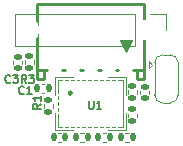
<source format=gbr>
%TF.GenerationSoftware,KiCad,Pcbnew,8.0.6-8.0.6-0~ubuntu24.04.1*%
%TF.CreationDate,2024-11-07T20:05:32-08:00*%
%TF.ProjectId,uSlime_BNO085_Module,75536c69-6d65-45f4-924e-4f3038355f4d,rev?*%
%TF.SameCoordinates,Original*%
%TF.FileFunction,Legend,Top*%
%TF.FilePolarity,Positive*%
%FSLAX46Y46*%
G04 Gerber Fmt 4.6, Leading zero omitted, Abs format (unit mm)*
G04 Created by KiCad (PCBNEW 8.0.6-8.0.6-0~ubuntu24.04.1) date 2024-11-07 20:05:32*
%MOMM*%
%LPD*%
G01*
G04 APERTURE LIST*
G04 Aperture macros list*
%AMRoundRect*
0 Rectangle with rounded corners*
0 $1 Rounding radius*
0 $2 $3 $4 $5 $6 $7 $8 $9 X,Y pos of 4 corners*
0 Add a 4 corners polygon primitive as box body*
4,1,4,$2,$3,$4,$5,$6,$7,$8,$9,$2,$3,0*
0 Add four circle primitives for the rounded corners*
1,1,$1+$1,$2,$3*
1,1,$1+$1,$4,$5*
1,1,$1+$1,$6,$7*
1,1,$1+$1,$8,$9*
0 Add four rect primitives between the rounded corners*
20,1,$1+$1,$2,$3,$4,$5,0*
20,1,$1+$1,$4,$5,$6,$7,0*
20,1,$1+$1,$6,$7,$8,$9,0*
20,1,$1+$1,$8,$9,$2,$3,0*%
%AMFreePoly0*
4,1,19,0.550000,-0.750000,0.000000,-0.750000,0.000000,-0.744911,-0.071157,-0.744911,-0.207708,-0.704816,-0.327430,-0.627875,-0.420627,-0.520320,-0.479746,-0.390866,-0.500000,-0.250000,-0.500000,0.250000,-0.479746,0.390866,-0.420627,0.520320,-0.327430,0.627875,-0.207708,0.704816,-0.071157,0.744911,0.000000,0.744911,0.000000,0.750000,0.550000,0.750000,0.550000,-0.750000,0.550000,-0.750000,
$1*%
%AMFreePoly1*
4,1,19,0.000000,0.744911,0.071157,0.744911,0.207708,0.704816,0.327430,0.627875,0.420627,0.520320,0.479746,0.390866,0.500000,0.250000,0.500000,-0.250000,0.479746,-0.390866,0.420627,-0.520320,0.327430,-0.627875,0.207708,-0.704816,0.071157,-0.744911,0.000000,-0.744911,0.000000,-0.750000,-0.550000,-0.750000,-0.550000,0.750000,0.000000,0.750000,0.000000,0.744911,0.000000,0.744911,
$1*%
G04 Aperture macros list end*
%ADD10C,0.150000*%
%ADD11C,0.152400*%
%ADD12C,0.120000*%
%ADD13C,0.254000*%
%ADD14C,0.101600*%
%ADD15RoundRect,0.135000X-0.135000X-0.185000X0.135000X-0.185000X0.135000X0.185000X-0.135000X0.185000X0*%
%ADD16RoundRect,0.140000X-0.170000X0.140000X-0.170000X-0.140000X0.170000X-0.140000X0.170000X0.140000X0*%
%ADD17RoundRect,0.140000X0.170000X-0.140000X0.170000X0.140000X-0.170000X0.140000X-0.170000X-0.140000X0*%
%ADD18R,1.700000X1.700000*%
%ADD19O,1.700000X1.700000*%
%ADD20RoundRect,0.135000X0.135000X0.185000X-0.135000X0.185000X-0.135000X-0.185000X0.135000X-0.185000X0*%
%ADD21C,3.100000*%
%ADD22RoundRect,0.140000X0.140000X0.170000X-0.140000X0.170000X-0.140000X-0.170000X0.140000X-0.170000X0*%
%ADD23FreePoly0,270.000000*%
%ADD24R,1.500000X1.000000*%
%ADD25FreePoly1,270.000000*%
%ADD26RoundRect,0.135000X-0.185000X0.135000X-0.185000X-0.135000X0.185000X-0.135000X0.185000X0.135000X0*%
%ADD27C,1.200000*%
%ADD28R,0.250000X0.914400*%
%ADD29R,0.812800X0.250000*%
G04 APERTURE END LIST*
D10*
X1583333Y-6749366D02*
X1550000Y-6782700D01*
X1550000Y-6782700D02*
X1450000Y-6816033D01*
X1450000Y-6816033D02*
X1383333Y-6816033D01*
X1383333Y-6816033D02*
X1283333Y-6782700D01*
X1283333Y-6782700D02*
X1216667Y-6716033D01*
X1216667Y-6716033D02*
X1183333Y-6649366D01*
X1183333Y-6649366D02*
X1150000Y-6516033D01*
X1150000Y-6516033D02*
X1150000Y-6416033D01*
X1150000Y-6416033D02*
X1183333Y-6282700D01*
X1183333Y-6282700D02*
X1216667Y-6216033D01*
X1216667Y-6216033D02*
X1283333Y-6149366D01*
X1283333Y-6149366D02*
X1383333Y-6116033D01*
X1383333Y-6116033D02*
X1450000Y-6116033D01*
X1450000Y-6116033D02*
X1550000Y-6149366D01*
X1550000Y-6149366D02*
X1583333Y-6182700D01*
X1816667Y-6116033D02*
X2250000Y-6116033D01*
X2250000Y-6116033D02*
X2016667Y-6382700D01*
X2016667Y-6382700D02*
X2116667Y-6382700D01*
X2116667Y-6382700D02*
X2183333Y-6416033D01*
X2183333Y-6416033D02*
X2216667Y-6449366D01*
X2216667Y-6449366D02*
X2250000Y-6516033D01*
X2250000Y-6516033D02*
X2250000Y-6682700D01*
X2250000Y-6682700D02*
X2216667Y-6749366D01*
X2216667Y-6749366D02*
X2183333Y-6782700D01*
X2183333Y-6782700D02*
X2116667Y-6816033D01*
X2116667Y-6816033D02*
X1916667Y-6816033D01*
X1916667Y-6816033D02*
X1850000Y-6782700D01*
X1850000Y-6782700D02*
X1816667Y-6749366D01*
X2933333Y-6816033D02*
X2700000Y-6482700D01*
X2533333Y-6816033D02*
X2533333Y-6116033D01*
X2533333Y-6116033D02*
X2800000Y-6116033D01*
X2800000Y-6116033D02*
X2866667Y-6149366D01*
X2866667Y-6149366D02*
X2900000Y-6182700D01*
X2900000Y-6182700D02*
X2933333Y-6249366D01*
X2933333Y-6249366D02*
X2933333Y-6349366D01*
X2933333Y-6349366D02*
X2900000Y-6416033D01*
X2900000Y-6416033D02*
X2866667Y-6449366D01*
X2866667Y-6449366D02*
X2800000Y-6482700D01*
X2800000Y-6482700D02*
X2533333Y-6482700D01*
X3166667Y-6116033D02*
X3600000Y-6116033D01*
X3600000Y-6116033D02*
X3366667Y-6382700D01*
X3366667Y-6382700D02*
X3466667Y-6382700D01*
X3466667Y-6382700D02*
X3533333Y-6416033D01*
X3533333Y-6416033D02*
X3566667Y-6449366D01*
X3566667Y-6449366D02*
X3600000Y-6516033D01*
X3600000Y-6516033D02*
X3600000Y-6682700D01*
X3600000Y-6682700D02*
X3566667Y-6749366D01*
X3566667Y-6749366D02*
X3533333Y-6782700D01*
X3533333Y-6782700D02*
X3466667Y-6816033D01*
X3466667Y-6816033D02*
X3266667Y-6816033D01*
X3266667Y-6816033D02*
X3200000Y-6782700D01*
X3200000Y-6782700D02*
X3166667Y-6749366D01*
X2733333Y-7699366D02*
X2700000Y-7732700D01*
X2700000Y-7732700D02*
X2600000Y-7766033D01*
X2600000Y-7766033D02*
X2533333Y-7766033D01*
X2533333Y-7766033D02*
X2433333Y-7732700D01*
X2433333Y-7732700D02*
X2366667Y-7666033D01*
X2366667Y-7666033D02*
X2333333Y-7599366D01*
X2333333Y-7599366D02*
X2300000Y-7466033D01*
X2300000Y-7466033D02*
X2300000Y-7366033D01*
X2300000Y-7366033D02*
X2333333Y-7232700D01*
X2333333Y-7232700D02*
X2366667Y-7166033D01*
X2366667Y-7166033D02*
X2433333Y-7099366D01*
X2433333Y-7099366D02*
X2533333Y-7066033D01*
X2533333Y-7066033D02*
X2600000Y-7066033D01*
X2600000Y-7066033D02*
X2700000Y-7099366D01*
X2700000Y-7099366D02*
X2733333Y-7132700D01*
X3400000Y-7766033D02*
X3000000Y-7766033D01*
X3200000Y-7766033D02*
X3200000Y-7066033D01*
X3200000Y-7066033D02*
X3133333Y-7166033D01*
X3133333Y-7166033D02*
X3066667Y-7232700D01*
X3066667Y-7232700D02*
X3000000Y-7266033D01*
D11*
X8247615Y-8337737D02*
X8247615Y-8871520D01*
X8247615Y-8871520D02*
X8279014Y-8934318D01*
X8279014Y-8934318D02*
X8310413Y-8965718D01*
X8310413Y-8965718D02*
X8373211Y-8997117D01*
X8373211Y-8997117D02*
X8498807Y-8997117D01*
X8498807Y-8997117D02*
X8561605Y-8965718D01*
X8561605Y-8965718D02*
X8593004Y-8934318D01*
X8593004Y-8934318D02*
X8624403Y-8871520D01*
X8624403Y-8871520D02*
X8624403Y-8337737D01*
X9283783Y-8997117D02*
X8906995Y-8997117D01*
X9095389Y-8997117D02*
X9095389Y-8337737D01*
X9095389Y-8337737D02*
X9032591Y-8431934D01*
X9032591Y-8431934D02*
X8969793Y-8494732D01*
X8969793Y-8494732D02*
X8906995Y-8526131D01*
D10*
X4166033Y-8566666D02*
X3832700Y-8799999D01*
X4166033Y-8966666D02*
X3466033Y-8966666D01*
X3466033Y-8966666D02*
X3466033Y-8699999D01*
X3466033Y-8699999D02*
X3499366Y-8633333D01*
X3499366Y-8633333D02*
X3532700Y-8599999D01*
X3532700Y-8599999D02*
X3599366Y-8566666D01*
X3599366Y-8566666D02*
X3699366Y-8566666D01*
X3699366Y-8566666D02*
X3766033Y-8599999D01*
X3766033Y-8599999D02*
X3799366Y-8633333D01*
X3799366Y-8633333D02*
X3832700Y-8699999D01*
X3832700Y-8699999D02*
X3832700Y-8966666D01*
X4166033Y-7899999D02*
X4166033Y-8299999D01*
X4166033Y-8099999D02*
X3466033Y-8099999D01*
X3466033Y-8099999D02*
X3566033Y-8166666D01*
X3566033Y-8166666D02*
X3632700Y-8233333D01*
X3632700Y-8233333D02*
X3666033Y-8299999D01*
D12*
%TO.C,R6*%
X11296359Y-11020000D02*
X11603641Y-11020000D01*
X11296359Y-11780000D02*
X11603641Y-11780000D01*
%TO.C,C3*%
X1840000Y-4942164D02*
X1840000Y-5157836D01*
X2560000Y-4942164D02*
X2560000Y-5157836D01*
%TO.C,C2*%
X12590000Y-7707836D02*
X12590000Y-7492164D01*
X13310000Y-7707836D02*
X13310000Y-7492164D01*
%TO.C,J1*%
X1935000Y-970000D02*
X1935000Y-3630000D01*
X12155000Y-970000D02*
X1935000Y-970000D01*
X12155000Y-970000D02*
X12155000Y-3630000D01*
X12155000Y-3630000D02*
X1935000Y-3630000D01*
X13425000Y-970000D02*
X14755000Y-970000D01*
X14755000Y-970000D02*
X14755000Y-2300000D01*
%TO.C,R2*%
X7803641Y-11020000D02*
X7496359Y-11020000D01*
X7803641Y-11780000D02*
X7496359Y-11780000D01*
%TO.C,C4*%
X5857836Y-11040000D02*
X5642164Y-11040000D01*
X5857836Y-11760000D02*
X5642164Y-11760000D01*
%TO.C,JP1*%
X13292500Y-4950000D02*
X13292500Y-5550000D01*
X13592500Y-5250000D02*
X13292500Y-4950000D01*
X13592500Y-5250000D02*
X13292500Y-5550000D01*
X13792500Y-7850000D02*
X13792500Y-5050000D01*
X14492500Y-4400000D02*
X15092500Y-4400000D01*
X15092500Y-8500000D02*
X14492500Y-8500000D01*
X15792500Y-5050000D02*
X15792500Y-7850000D01*
X13792500Y-5100000D02*
G75*
G02*
X14492500Y-4400000I699999J1D01*
G01*
X14492500Y-8500000D02*
G75*
G02*
X13792500Y-7800000I0J700000D01*
G01*
X15092500Y-4400000D02*
G75*
G02*
X15792500Y-5100000I1J-699999D01*
G01*
X15792500Y-7800000D02*
G75*
G02*
X15092500Y-8500000I-700000J0D01*
G01*
%TO.C,R3*%
X2820000Y-4896359D02*
X2820000Y-5203641D01*
X3580000Y-4896359D02*
X3580000Y-5203641D01*
%TO.C,R7*%
X11520000Y-9396359D02*
X11520000Y-9703641D01*
X12280000Y-9396359D02*
X12280000Y-9703641D01*
D13*
%TO.C,CN1*%
X3845000Y-6450000D02*
X4395000Y-6450000D01*
X3855000Y-6450000D02*
X3855000Y-150000D01*
X4395000Y-6450000D02*
X4395000Y-5691000D01*
X4715000Y-5690000D02*
X3846000Y-5690000D01*
X6225000Y-5691000D02*
X5985000Y-5691000D01*
X7725000Y-5691000D02*
X7485000Y-5691000D01*
X9225000Y-5691000D02*
X8985000Y-5691000D01*
X10725000Y-5691000D02*
X10485000Y-5691000D01*
X12305000Y-6450000D02*
X12305000Y-5691000D01*
X12855000Y-150000D02*
X3855000Y-150000D01*
X12855000Y-150000D02*
X12855000Y-6450000D01*
X12855000Y-5691000D02*
X11985000Y-5691000D01*
X12855000Y-6450000D02*
X12305000Y-6450000D01*
D12*
X11355000Y-4150000D02*
X10855000Y-3150000D01*
X11855000Y-3150000D01*
X11355000Y-4150000D01*
G36*
X11355000Y-4150000D02*
G01*
X10855000Y-3150000D01*
X11855000Y-3150000D01*
X11355000Y-4150000D01*
G37*
%TO.C,C1*%
X4457836Y-6890000D02*
X4242164Y-6890000D01*
X4457836Y-7610000D02*
X4242164Y-7610000D01*
D14*
%TO.C,U1*%
X5350000Y-6300010D02*
X5350000Y-7800010D01*
X5350000Y-9300010D02*
X5350000Y-10800010D01*
X5600010Y-6550000D02*
X5600010Y-10549990D01*
X6850000Y-6300010D02*
X5350000Y-6300010D01*
X6850000Y-10800010D02*
X5350000Y-10800010D01*
X11100000Y-6550000D02*
X5600010Y-6550000D01*
X11100000Y-6550000D02*
X11100000Y-10549990D01*
X11100000Y-10549990D02*
X5600010Y-10549990D01*
X11349990Y-6300010D02*
X9849990Y-6300010D01*
X11349990Y-6300010D02*
X11349990Y-7800010D01*
X11349990Y-9300010D02*
X11349990Y-10800010D01*
X11349990Y-10800010D02*
X9849990Y-10800010D01*
D13*
X6774970Y-7650000D02*
G75*
G02*
X6525030Y-7650000I-124970J0D01*
G01*
X6525030Y-7650000D02*
G75*
G02*
X6774970Y-7650000I124970J0D01*
G01*
D12*
%TO.C,R4*%
X11520000Y-7436359D02*
X11520000Y-7743641D01*
X12280000Y-7436359D02*
X12280000Y-7743641D01*
%TO.C,R1*%
X4419000Y-8606359D02*
X4419000Y-8913641D01*
X5179000Y-8606359D02*
X5179000Y-8913641D01*
%TO.C,R5*%
X9396359Y-11020000D02*
X9703641Y-11020000D01*
X9396359Y-11780000D02*
X9703641Y-11780000D01*
%TD*%
%LPC*%
D15*
%TO.C,R6*%
X10940000Y-11400000D03*
X11960000Y-11400000D03*
%TD*%
D16*
%TO.C,C3*%
X2200000Y-4570000D03*
X2200000Y-5530000D03*
%TD*%
D17*
%TO.C,C2*%
X12950000Y-8080000D03*
X12950000Y-7120000D03*
%TD*%
D18*
%TO.C,J1*%
X13425000Y-2300000D03*
D19*
X10885000Y-2300000D03*
X8345000Y-2300000D03*
X5805000Y-2300000D03*
X3265000Y-2300000D03*
%TD*%
D20*
%TO.C,R2*%
X8160000Y-11400000D03*
X7140000Y-11400000D03*
%TD*%
D21*
%TO.C,REF\u002A\u002A*%
X14450000Y-10550000D03*
%TD*%
D22*
%TO.C,C4*%
X6230000Y-11400000D03*
X5270000Y-11400000D03*
%TD*%
D23*
%TO.C,JP1*%
X14792500Y-5150000D03*
D24*
X14792500Y-6450000D03*
D25*
X14792500Y-7750000D03*
%TD*%
D26*
%TO.C,R3*%
X3200000Y-4540000D03*
X3200000Y-5560000D03*
%TD*%
%TO.C,R7*%
X11900000Y-9040000D03*
X11900000Y-10060000D03*
%TD*%
D27*
%TO.C,CN1*%
X11355000Y-5150000D03*
X9855000Y-5150000D03*
X8355000Y-5150000D03*
X6855000Y-5150000D03*
X5355000Y-5150000D03*
%TD*%
D22*
%TO.C,C1*%
X4830000Y-7250000D03*
X3870000Y-7250000D03*
%TD*%
D28*
%TO.C,U1*%
X6102600Y-6872670D03*
D29*
X5911600Y-7800000D03*
X5911600Y-8303070D03*
X5911600Y-8803070D03*
X5911600Y-9303060D03*
D28*
X6102600Y-10225470D03*
X6602600Y-10225470D03*
X7102600Y-10225470D03*
X7602600Y-10225470D03*
X8102600Y-10225470D03*
X8602600Y-10225470D03*
X9102600Y-10225470D03*
X9602600Y-10225470D03*
X10102600Y-10225470D03*
X10610600Y-10225470D03*
D29*
X10737600Y-9303070D03*
X10737600Y-8803070D03*
X10737600Y-8303070D03*
X10737600Y-7800000D03*
D28*
X10610600Y-6872670D03*
X10102600Y-6872670D03*
X9602600Y-6872670D03*
X9102600Y-6872670D03*
X8602600Y-6872670D03*
X8102600Y-6872670D03*
X7602600Y-6872670D03*
X7102600Y-6872670D03*
X6602600Y-6872670D03*
%TD*%
D26*
%TO.C,R4*%
X11900000Y-7080000D03*
X11900000Y-8100000D03*
%TD*%
%TO.C,R1*%
X4799000Y-8250000D03*
X4799000Y-9270000D03*
%TD*%
D15*
%TO.C,R5*%
X9040000Y-11400000D03*
X10060000Y-11400000D03*
%TD*%
D21*
%TO.C,REF\u002A\u002A*%
X2250000Y-10550000D03*
%TD*%
%LPD*%
M02*

</source>
